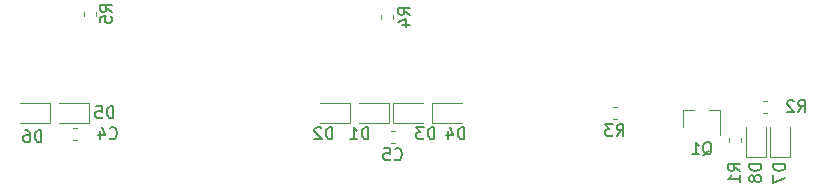
<source format=gbr>
G04 #@! TF.GenerationSoftware,KiCad,Pcbnew,5.1.5+dfsg1-2build2*
G04 #@! TF.CreationDate,2021-08-15T19:23:22-05:00*
G04 #@! TF.ProjectId,interlogix-rgb-mod,696e7465-726c-46f6-9769-782d7267622d,rev?*
G04 #@! TF.SameCoordinates,Original*
G04 #@! TF.FileFunction,Legend,Bot*
G04 #@! TF.FilePolarity,Positive*
%FSLAX46Y46*%
G04 Gerber Fmt 4.6, Leading zero omitted, Abs format (unit mm)*
G04 Created by KiCad (PCBNEW 5.1.5+dfsg1-2build2) date 2021-08-15 19:23:22*
%MOMM*%
%LPD*%
G04 APERTURE LIST*
%ADD10C,0.120000*%
%ADD11C,0.150000*%
G04 APERTURE END LIST*
D10*
X91522733Y-77214000D02*
X91865267Y-77214000D01*
X91522733Y-78234000D02*
X91865267Y-78234000D01*
X64941267Y-77980000D02*
X64598733Y-77980000D01*
X64941267Y-76960000D02*
X64598733Y-76960000D01*
X65530000Y-67481267D02*
X65530000Y-67138733D01*
X66550000Y-67481267D02*
X66550000Y-67138733D01*
X95020000Y-76542000D02*
X97570000Y-76542000D01*
X95020000Y-74842000D02*
X97570000Y-74842000D01*
X95020000Y-76542000D02*
X95020000Y-74842000D01*
X90676000Y-67735267D02*
X90676000Y-67392733D01*
X91696000Y-67735267D02*
X91696000Y-67392733D01*
X110318733Y-75182000D02*
X110661267Y-75182000D01*
X110318733Y-76202000D02*
X110661267Y-76202000D01*
X123361267Y-75694000D02*
X123018733Y-75694000D01*
X123361267Y-74674000D02*
X123018733Y-74674000D01*
X121160000Y-77806733D02*
X121160000Y-78149267D01*
X120140000Y-77806733D02*
X120140000Y-78149267D01*
X116276000Y-75440000D02*
X116276000Y-76900000D01*
X119436000Y-75440000D02*
X119436000Y-77600000D01*
X119436000Y-75440000D02*
X118506000Y-75440000D01*
X116276000Y-75440000D02*
X117206000Y-75440000D01*
X123278000Y-79478000D02*
X123278000Y-76928000D01*
X121578000Y-79478000D02*
X121578000Y-76928000D01*
X123278000Y-79478000D02*
X121578000Y-79478000D01*
X125310000Y-79478000D02*
X125310000Y-76928000D01*
X123610000Y-79478000D02*
X123610000Y-76928000D01*
X125310000Y-79478000D02*
X123610000Y-79478000D01*
X62714000Y-74842000D02*
X60164000Y-74842000D01*
X62714000Y-76542000D02*
X60164000Y-76542000D01*
X62714000Y-74842000D02*
X62714000Y-76542000D01*
X66016000Y-74842000D02*
X63466000Y-74842000D01*
X66016000Y-76542000D02*
X63466000Y-76542000D01*
X66016000Y-74842000D02*
X66016000Y-76542000D01*
X91718000Y-76542000D02*
X94268000Y-76542000D01*
X91718000Y-74842000D02*
X94268000Y-74842000D01*
X91718000Y-76542000D02*
X91718000Y-74842000D01*
X88114000Y-74842000D02*
X85564000Y-74842000D01*
X88114000Y-76542000D02*
X85564000Y-76542000D01*
X88114000Y-74842000D02*
X88114000Y-76542000D01*
X91416000Y-74842000D02*
X88866000Y-74842000D01*
X91416000Y-76542000D02*
X88866000Y-76542000D01*
X91416000Y-74842000D02*
X91416000Y-76542000D01*
D11*
X91860666Y-79605142D02*
X91908285Y-79652761D01*
X92051142Y-79700380D01*
X92146380Y-79700380D01*
X92289238Y-79652761D01*
X92384476Y-79557523D01*
X92432095Y-79462285D01*
X92479714Y-79271809D01*
X92479714Y-79128952D01*
X92432095Y-78938476D01*
X92384476Y-78843238D01*
X92289238Y-78748000D01*
X92146380Y-78700380D01*
X92051142Y-78700380D01*
X91908285Y-78748000D01*
X91860666Y-78795619D01*
X90955904Y-78700380D02*
X91432095Y-78700380D01*
X91479714Y-79176571D01*
X91432095Y-79128952D01*
X91336857Y-79081333D01*
X91098761Y-79081333D01*
X91003523Y-79128952D01*
X90955904Y-79176571D01*
X90908285Y-79271809D01*
X90908285Y-79509904D01*
X90955904Y-79605142D01*
X91003523Y-79652761D01*
X91098761Y-79700380D01*
X91336857Y-79700380D01*
X91432095Y-79652761D01*
X91479714Y-79605142D01*
X67730666Y-77827142D02*
X67778285Y-77874761D01*
X67921142Y-77922380D01*
X68016380Y-77922380D01*
X68159238Y-77874761D01*
X68254476Y-77779523D01*
X68302095Y-77684285D01*
X68349714Y-77493809D01*
X68349714Y-77350952D01*
X68302095Y-77160476D01*
X68254476Y-77065238D01*
X68159238Y-76970000D01*
X68016380Y-76922380D01*
X67921142Y-76922380D01*
X67778285Y-76970000D01*
X67730666Y-77017619D01*
X66873523Y-77255714D02*
X66873523Y-77922380D01*
X67111619Y-76874761D02*
X67349714Y-77589047D01*
X66730666Y-77589047D01*
X67922380Y-67143333D02*
X67446190Y-66810000D01*
X67922380Y-66571904D02*
X66922380Y-66571904D01*
X66922380Y-66952857D01*
X66970000Y-67048095D01*
X67017619Y-67095714D01*
X67112857Y-67143333D01*
X67255714Y-67143333D01*
X67350952Y-67095714D01*
X67398571Y-67048095D01*
X67446190Y-66952857D01*
X67446190Y-66571904D01*
X66922380Y-68048095D02*
X66922380Y-67571904D01*
X67398571Y-67524285D01*
X67350952Y-67571904D01*
X67303333Y-67667142D01*
X67303333Y-67905238D01*
X67350952Y-68000476D01*
X67398571Y-68048095D01*
X67493809Y-68095714D01*
X67731904Y-68095714D01*
X67827142Y-68048095D01*
X67874761Y-68000476D01*
X67922380Y-67905238D01*
X67922380Y-67667142D01*
X67874761Y-67571904D01*
X67827142Y-67524285D01*
X97766095Y-77922380D02*
X97766095Y-76922380D01*
X97528000Y-76922380D01*
X97385142Y-76970000D01*
X97289904Y-77065238D01*
X97242285Y-77160476D01*
X97194666Y-77350952D01*
X97194666Y-77493809D01*
X97242285Y-77684285D01*
X97289904Y-77779523D01*
X97385142Y-77874761D01*
X97528000Y-77922380D01*
X97766095Y-77922380D01*
X96337523Y-77255714D02*
X96337523Y-77922380D01*
X96575619Y-76874761D02*
X96813714Y-77589047D01*
X96194666Y-77589047D01*
X93162380Y-67397333D02*
X92686190Y-67064000D01*
X93162380Y-66825904D02*
X92162380Y-66825904D01*
X92162380Y-67206857D01*
X92210000Y-67302095D01*
X92257619Y-67349714D01*
X92352857Y-67397333D01*
X92495714Y-67397333D01*
X92590952Y-67349714D01*
X92638571Y-67302095D01*
X92686190Y-67206857D01*
X92686190Y-66825904D01*
X92495714Y-68254476D02*
X93162380Y-68254476D01*
X92114761Y-68016380D02*
X92829047Y-67778285D01*
X92829047Y-68397333D01*
X110656666Y-77668380D02*
X110990000Y-77192190D01*
X111228095Y-77668380D02*
X111228095Y-76668380D01*
X110847142Y-76668380D01*
X110751904Y-76716000D01*
X110704285Y-76763619D01*
X110656666Y-76858857D01*
X110656666Y-77001714D01*
X110704285Y-77096952D01*
X110751904Y-77144571D01*
X110847142Y-77192190D01*
X111228095Y-77192190D01*
X110323333Y-76668380D02*
X109704285Y-76668380D01*
X110037619Y-77049333D01*
X109894761Y-77049333D01*
X109799523Y-77096952D01*
X109751904Y-77144571D01*
X109704285Y-77239809D01*
X109704285Y-77477904D01*
X109751904Y-77573142D01*
X109799523Y-77620761D01*
X109894761Y-77668380D01*
X110180476Y-77668380D01*
X110275714Y-77620761D01*
X110323333Y-77573142D01*
X126023666Y-75636380D02*
X126357000Y-75160190D01*
X126595095Y-75636380D02*
X126595095Y-74636380D01*
X126214142Y-74636380D01*
X126118904Y-74684000D01*
X126071285Y-74731619D01*
X126023666Y-74826857D01*
X126023666Y-74969714D01*
X126071285Y-75064952D01*
X126118904Y-75112571D01*
X126214142Y-75160190D01*
X126595095Y-75160190D01*
X125642714Y-74731619D02*
X125595095Y-74684000D01*
X125499857Y-74636380D01*
X125261761Y-74636380D01*
X125166523Y-74684000D01*
X125118904Y-74731619D01*
X125071285Y-74826857D01*
X125071285Y-74922095D01*
X125118904Y-75064952D01*
X125690333Y-75636380D01*
X125071285Y-75636380D01*
X121102380Y-80605333D02*
X120626190Y-80272000D01*
X121102380Y-80033904D02*
X120102380Y-80033904D01*
X120102380Y-80414857D01*
X120150000Y-80510095D01*
X120197619Y-80557714D01*
X120292857Y-80605333D01*
X120435714Y-80605333D01*
X120530952Y-80557714D01*
X120578571Y-80510095D01*
X120626190Y-80414857D01*
X120626190Y-80033904D01*
X121102380Y-81557714D02*
X121102380Y-80986285D01*
X121102380Y-81272000D02*
X120102380Y-81272000D01*
X120245238Y-81176761D01*
X120340476Y-81081523D01*
X120388095Y-80986285D01*
X117951238Y-79287619D02*
X118046476Y-79240000D01*
X118141714Y-79144761D01*
X118284571Y-79001904D01*
X118379809Y-78954285D01*
X118475047Y-78954285D01*
X118427428Y-79192380D02*
X118522666Y-79144761D01*
X118617904Y-79049523D01*
X118665523Y-78859047D01*
X118665523Y-78525714D01*
X118617904Y-78335238D01*
X118522666Y-78240000D01*
X118427428Y-78192380D01*
X118236952Y-78192380D01*
X118141714Y-78240000D01*
X118046476Y-78335238D01*
X117998857Y-78525714D01*
X117998857Y-78859047D01*
X118046476Y-79049523D01*
X118141714Y-79144761D01*
X118236952Y-79192380D01*
X118427428Y-79192380D01*
X117046476Y-79192380D02*
X117617904Y-79192380D01*
X117332190Y-79192380D02*
X117332190Y-78192380D01*
X117427428Y-78335238D01*
X117522666Y-78430476D01*
X117617904Y-78478095D01*
X122880380Y-80033904D02*
X121880380Y-80033904D01*
X121880380Y-80272000D01*
X121928000Y-80414857D01*
X122023238Y-80510095D01*
X122118476Y-80557714D01*
X122308952Y-80605333D01*
X122451809Y-80605333D01*
X122642285Y-80557714D01*
X122737523Y-80510095D01*
X122832761Y-80414857D01*
X122880380Y-80272000D01*
X122880380Y-80033904D01*
X122308952Y-81176761D02*
X122261333Y-81081523D01*
X122213714Y-81033904D01*
X122118476Y-80986285D01*
X122070857Y-80986285D01*
X121975619Y-81033904D01*
X121928000Y-81081523D01*
X121880380Y-81176761D01*
X121880380Y-81367238D01*
X121928000Y-81462476D01*
X121975619Y-81510095D01*
X122070857Y-81557714D01*
X122118476Y-81557714D01*
X122213714Y-81510095D01*
X122261333Y-81462476D01*
X122308952Y-81367238D01*
X122308952Y-81176761D01*
X122356571Y-81081523D01*
X122404190Y-81033904D01*
X122499428Y-80986285D01*
X122689904Y-80986285D01*
X122785142Y-81033904D01*
X122832761Y-81081523D01*
X122880380Y-81176761D01*
X122880380Y-81367238D01*
X122832761Y-81462476D01*
X122785142Y-81510095D01*
X122689904Y-81557714D01*
X122499428Y-81557714D01*
X122404190Y-81510095D01*
X122356571Y-81462476D01*
X122308952Y-81367238D01*
X124912380Y-80033904D02*
X123912380Y-80033904D01*
X123912380Y-80272000D01*
X123960000Y-80414857D01*
X124055238Y-80510095D01*
X124150476Y-80557714D01*
X124340952Y-80605333D01*
X124483809Y-80605333D01*
X124674285Y-80557714D01*
X124769523Y-80510095D01*
X124864761Y-80414857D01*
X124912380Y-80272000D01*
X124912380Y-80033904D01*
X123912380Y-80938666D02*
X123912380Y-81605333D01*
X124912380Y-81176761D01*
X61952095Y-78176380D02*
X61952095Y-77176380D01*
X61714000Y-77176380D01*
X61571142Y-77224000D01*
X61475904Y-77319238D01*
X61428285Y-77414476D01*
X61380666Y-77604952D01*
X61380666Y-77747809D01*
X61428285Y-77938285D01*
X61475904Y-78033523D01*
X61571142Y-78128761D01*
X61714000Y-78176380D01*
X61952095Y-78176380D01*
X60523523Y-77176380D02*
X60714000Y-77176380D01*
X60809238Y-77224000D01*
X60856857Y-77271619D01*
X60952095Y-77414476D01*
X60999714Y-77604952D01*
X60999714Y-77985904D01*
X60952095Y-78081142D01*
X60904476Y-78128761D01*
X60809238Y-78176380D01*
X60618761Y-78176380D01*
X60523523Y-78128761D01*
X60475904Y-78081142D01*
X60428285Y-77985904D01*
X60428285Y-77747809D01*
X60475904Y-77652571D01*
X60523523Y-77604952D01*
X60618761Y-77557333D01*
X60809238Y-77557333D01*
X60904476Y-77604952D01*
X60952095Y-77652571D01*
X60999714Y-77747809D01*
X68048095Y-76144380D02*
X68048095Y-75144380D01*
X67810000Y-75144380D01*
X67667142Y-75192000D01*
X67571904Y-75287238D01*
X67524285Y-75382476D01*
X67476666Y-75572952D01*
X67476666Y-75715809D01*
X67524285Y-75906285D01*
X67571904Y-76001523D01*
X67667142Y-76096761D01*
X67810000Y-76144380D01*
X68048095Y-76144380D01*
X66571904Y-75144380D02*
X67048095Y-75144380D01*
X67095714Y-75620571D01*
X67048095Y-75572952D01*
X66952857Y-75525333D01*
X66714761Y-75525333D01*
X66619523Y-75572952D01*
X66571904Y-75620571D01*
X66524285Y-75715809D01*
X66524285Y-75953904D01*
X66571904Y-76049142D01*
X66619523Y-76096761D01*
X66714761Y-76144380D01*
X66952857Y-76144380D01*
X67048095Y-76096761D01*
X67095714Y-76049142D01*
X95226095Y-77922380D02*
X95226095Y-76922380D01*
X94988000Y-76922380D01*
X94845142Y-76970000D01*
X94749904Y-77065238D01*
X94702285Y-77160476D01*
X94654666Y-77350952D01*
X94654666Y-77493809D01*
X94702285Y-77684285D01*
X94749904Y-77779523D01*
X94845142Y-77874761D01*
X94988000Y-77922380D01*
X95226095Y-77922380D01*
X94321333Y-76922380D02*
X93702285Y-76922380D01*
X94035619Y-77303333D01*
X93892761Y-77303333D01*
X93797523Y-77350952D01*
X93749904Y-77398571D01*
X93702285Y-77493809D01*
X93702285Y-77731904D01*
X93749904Y-77827142D01*
X93797523Y-77874761D01*
X93892761Y-77922380D01*
X94178476Y-77922380D01*
X94273714Y-77874761D01*
X94321333Y-77827142D01*
X86590095Y-77922380D02*
X86590095Y-76922380D01*
X86352000Y-76922380D01*
X86209142Y-76970000D01*
X86113904Y-77065238D01*
X86066285Y-77160476D01*
X86018666Y-77350952D01*
X86018666Y-77493809D01*
X86066285Y-77684285D01*
X86113904Y-77779523D01*
X86209142Y-77874761D01*
X86352000Y-77922380D01*
X86590095Y-77922380D01*
X85637714Y-77017619D02*
X85590095Y-76970000D01*
X85494857Y-76922380D01*
X85256761Y-76922380D01*
X85161523Y-76970000D01*
X85113904Y-77017619D01*
X85066285Y-77112857D01*
X85066285Y-77208095D01*
X85113904Y-77350952D01*
X85685333Y-77922380D01*
X85066285Y-77922380D01*
X89638095Y-77922380D02*
X89638095Y-76922380D01*
X89400000Y-76922380D01*
X89257142Y-76970000D01*
X89161904Y-77065238D01*
X89114285Y-77160476D01*
X89066666Y-77350952D01*
X89066666Y-77493809D01*
X89114285Y-77684285D01*
X89161904Y-77779523D01*
X89257142Y-77874761D01*
X89400000Y-77922380D01*
X89638095Y-77922380D01*
X88114285Y-77922380D02*
X88685714Y-77922380D01*
X88400000Y-77922380D02*
X88400000Y-76922380D01*
X88495238Y-77065238D01*
X88590476Y-77160476D01*
X88685714Y-77208095D01*
M02*

</source>
